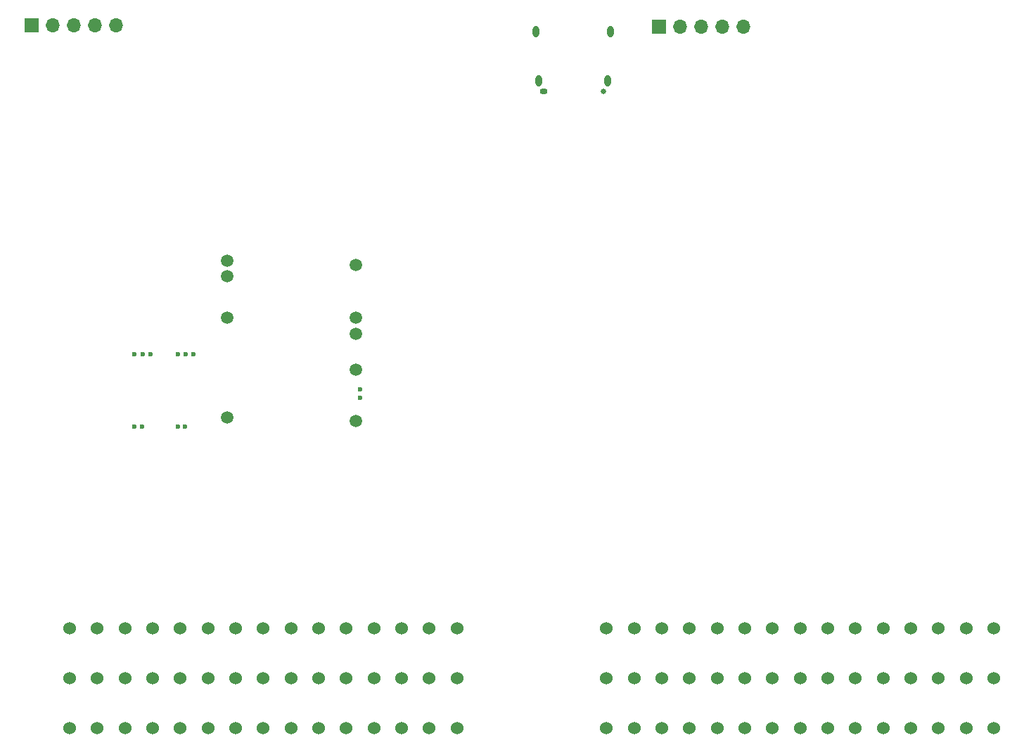
<source format=gbs>
G04 #@! TF.GenerationSoftware,KiCad,Pcbnew,7.0.10-7.0.10~ubuntu22.04.1*
G04 #@! TF.CreationDate,2024-01-28T11:22:59+00:00*
G04 #@! TF.ProjectId,lewycustom,6c657779-6375-4737-946f-6d2e6b696361,rev?*
G04 #@! TF.SameCoordinates,Original*
G04 #@! TF.FileFunction,Soldermask,Bot*
G04 #@! TF.FilePolarity,Negative*
%FSLAX46Y46*%
G04 Gerber Fmt 4.6, Leading zero omitted, Abs format (unit mm)*
G04 Created by KiCad (PCBNEW 7.0.10-7.0.10~ubuntu22.04.1) date 2024-01-28 11:22:59*
%MOMM*%
%LPD*%
G01*
G04 APERTURE LIST*
%ADD10C,0.600000*%
%ADD11C,0.650000*%
%ADD12O,0.950000X0.650000*%
%ADD13O,0.800000X1.400000*%
%ADD14R,1.700000X1.700000*%
%ADD15O,1.700000X1.700000*%
%ADD16C,1.524000*%
%ADD17C,1.500000*%
G04 APERTURE END LIST*
D10*
G04 #@! TO.C,M4*
X33600000Y52950000D03*
X34550000Y52950000D03*
X35499998Y52950000D03*
X34500000Y44250000D03*
X33600000Y44250000D03*
G04 #@! TD*
D11*
G04 #@! TO.C,J3*
X84800000Y84640000D03*
D12*
X77600000Y84640000D03*
D13*
X85690000Y91840000D03*
X85330000Y85890000D03*
X77070000Y85890000D03*
X76710000Y91840000D03*
G04 #@! TD*
D14*
G04 #@! TO.C,J2*
X15980000Y92600000D03*
D15*
X18520000Y92600000D03*
X21060000Y92600000D03*
X23600000Y92600000D03*
X26140000Y92600000D03*
G04 #@! TD*
D16*
G04 #@! TO.C,U1*
X20580000Y7944000D03*
X23910000Y7944000D03*
X27240000Y7944000D03*
X30570000Y7944000D03*
X33900000Y7944000D03*
X37230000Y7944000D03*
X40560000Y7944000D03*
X43890000Y7944000D03*
X47220000Y7944000D03*
X50560000Y7944000D03*
X53880000Y7944000D03*
X57210000Y7944000D03*
X60540000Y7944000D03*
X63870000Y7944000D03*
X67200000Y7944000D03*
X20580000Y13944000D03*
X23910000Y13944000D03*
X27240000Y13944000D03*
X30570000Y13944000D03*
X33900000Y13944000D03*
X37230000Y13944000D03*
X40560000Y13944000D03*
X43890000Y13944000D03*
X47220000Y13944000D03*
X50550000Y13944000D03*
X53880000Y13944000D03*
X57210000Y13944000D03*
X60540000Y13944000D03*
X63870000Y13944000D03*
X67200000Y13944000D03*
X20580000Y19944000D03*
X23910000Y19944000D03*
X27240000Y19944000D03*
X30570000Y19944000D03*
X33900000Y19944000D03*
X37230000Y19944000D03*
X40560000Y19944000D03*
X43890000Y19944000D03*
X47220000Y19944000D03*
X50550000Y19944000D03*
X53880000Y19944000D03*
X57210000Y19944000D03*
X60540000Y19944000D03*
X63870000Y19944000D03*
X67200000Y19944000D03*
X85200000Y7944000D03*
X88530000Y7944000D03*
X91860000Y7944000D03*
X95190000Y7944000D03*
X98520000Y7944000D03*
X101850000Y7944000D03*
X105180000Y7944000D03*
X108510000Y7944000D03*
X111840000Y7944000D03*
X115170000Y7944000D03*
X118500000Y7944000D03*
X121830000Y7944000D03*
X125160000Y7944000D03*
X128490000Y7944000D03*
X131820000Y7944000D03*
X85200000Y13944000D03*
X88530000Y13944000D03*
X91860000Y13944000D03*
X95190000Y13944000D03*
X98520000Y13944000D03*
X101850000Y13944000D03*
X105180000Y13944000D03*
X108510000Y13944000D03*
X111840000Y13944000D03*
X115170000Y13944000D03*
X118500000Y13944000D03*
X121830000Y13944000D03*
X125160000Y13944000D03*
X128490000Y13944000D03*
X131820000Y13944000D03*
X85200000Y19944000D03*
X88530000Y19944000D03*
X91860000Y19944000D03*
X95190000Y19944000D03*
X98520000Y19944000D03*
X101850000Y19944000D03*
X105180000Y19944000D03*
X108510000Y19944000D03*
X111840000Y19944000D03*
X115170000Y19944000D03*
X118500000Y19944000D03*
X121830000Y19944000D03*
X125160000Y19944000D03*
X128490000Y19944000D03*
X131820000Y19944000D03*
G04 #@! TD*
D14*
G04 #@! TO.C,J1*
X91520000Y92400000D03*
D15*
X94060000Y92400000D03*
X96600000Y92400000D03*
X99140000Y92400000D03*
X101680000Y92400000D03*
G04 #@! TD*
D17*
G04 #@! TO.C,M5*
X55074996Y63725000D03*
X55074996Y57325003D03*
X55074996Y55425000D03*
X55074996Y51125000D03*
D10*
X55524995Y48725003D03*
X55524995Y47725002D03*
D17*
X55074996Y44875000D03*
X39574999Y64175002D03*
X39574999Y62325003D03*
X39574999Y57375000D03*
X39574999Y45325002D03*
G04 #@! TD*
D10*
G04 #@! TO.C,M3*
X28400000Y52950000D03*
X29350000Y52950000D03*
X30299998Y52950000D03*
X29300000Y44250000D03*
X28400000Y44250000D03*
G04 #@! TD*
M02*

</source>
